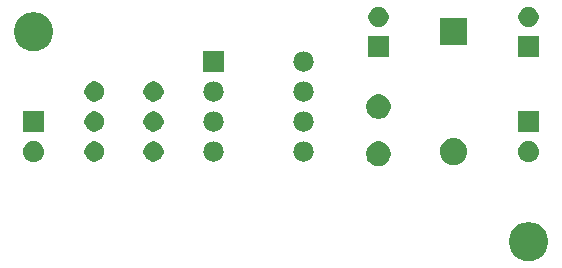
<source format=gbr>
G04 #@! TF.GenerationSoftware,KiCad,Pcbnew,(5.0.2)-1*
G04 #@! TF.CreationDate,2020-01-31T21:18:01-08:00*
G04 #@! TF.ProjectId,Sienc2020,5369656e-6332-4303-9230-2e6b69636164,rev?*
G04 #@! TF.SameCoordinates,Original*
G04 #@! TF.FileFunction,Soldermask,Top*
G04 #@! TF.FilePolarity,Negative*
%FSLAX46Y46*%
G04 Gerber Fmt 4.6, Leading zero omitted, Abs format (unit mm)*
G04 Created by KiCad (PCBNEW (5.0.2)-1) date 31-Jan-20 21:18:01*
%MOMM*%
%LPD*%
G01*
G04 APERTURE LIST*
%ADD10C,0.100000*%
G04 APERTURE END LIST*
D10*
G36*
X138805256Y-84751298D02*
X138911579Y-84772447D01*
X139212042Y-84896903D01*
X139478852Y-85075180D01*
X139482454Y-85077587D01*
X139712413Y-85307546D01*
X139893098Y-85577960D01*
X140017553Y-85878422D01*
X140081000Y-86197389D01*
X140081000Y-86522611D01*
X140017553Y-86841578D01*
X139893098Y-87142040D01*
X139712413Y-87412454D01*
X139482454Y-87642413D01*
X139482451Y-87642415D01*
X139212042Y-87823097D01*
X138911579Y-87947553D01*
X138805256Y-87968702D01*
X138592611Y-88011000D01*
X138267389Y-88011000D01*
X138054744Y-87968702D01*
X137948421Y-87947553D01*
X137647958Y-87823097D01*
X137377549Y-87642415D01*
X137377546Y-87642413D01*
X137147587Y-87412454D01*
X136966902Y-87142040D01*
X136842447Y-86841578D01*
X136779000Y-86522611D01*
X136779000Y-86197389D01*
X136842447Y-85878422D01*
X136966902Y-85577960D01*
X137147587Y-85307546D01*
X137377546Y-85077587D01*
X137381148Y-85075180D01*
X137647958Y-84896903D01*
X137948421Y-84772447D01*
X138054744Y-84751298D01*
X138267389Y-84709000D01*
X138592611Y-84709000D01*
X138805256Y-84751298D01*
X138805256Y-84751298D01*
G37*
G36*
X126036565Y-77919389D02*
X126227834Y-77998615D01*
X126399976Y-78113637D01*
X126546363Y-78260024D01*
X126661385Y-78432166D01*
X126740611Y-78623435D01*
X126781000Y-78826484D01*
X126781000Y-79033516D01*
X126740611Y-79236565D01*
X126661385Y-79427834D01*
X126546363Y-79599976D01*
X126399976Y-79746363D01*
X126227834Y-79861385D01*
X126036565Y-79940611D01*
X125833516Y-79981000D01*
X125626484Y-79981000D01*
X125423435Y-79940611D01*
X125232166Y-79861385D01*
X125060024Y-79746363D01*
X124913637Y-79599976D01*
X124798615Y-79427834D01*
X124719389Y-79236565D01*
X124679000Y-79033516D01*
X124679000Y-78826484D01*
X124719389Y-78623435D01*
X124798615Y-78432166D01*
X124913637Y-78260024D01*
X125060024Y-78113637D01*
X125232166Y-77998615D01*
X125423435Y-77919389D01*
X125626484Y-77879000D01*
X125833516Y-77879000D01*
X126036565Y-77919389D01*
X126036565Y-77919389D01*
G37*
G36*
X132204180Y-77595662D02*
X132305635Y-77605654D01*
X132522600Y-77671470D01*
X132522602Y-77671471D01*
X132522605Y-77671472D01*
X132722556Y-77778347D01*
X132897818Y-77922182D01*
X133041653Y-78097444D01*
X133148528Y-78297395D01*
X133148529Y-78297398D01*
X133148530Y-78297400D01*
X133214346Y-78514365D01*
X133236569Y-78740000D01*
X133214346Y-78965635D01*
X133160512Y-79143100D01*
X133148528Y-79182605D01*
X133041653Y-79382556D01*
X132897818Y-79557818D01*
X132722556Y-79701653D01*
X132522605Y-79808528D01*
X132522602Y-79808529D01*
X132522600Y-79808530D01*
X132305635Y-79874346D01*
X132204180Y-79884338D01*
X132136545Y-79891000D01*
X132023455Y-79891000D01*
X131955820Y-79884338D01*
X131854365Y-79874346D01*
X131637400Y-79808530D01*
X131637398Y-79808529D01*
X131637395Y-79808528D01*
X131437444Y-79701653D01*
X131262182Y-79557818D01*
X131118347Y-79382556D01*
X131011472Y-79182605D01*
X130999488Y-79143100D01*
X130945654Y-78965635D01*
X130923431Y-78740000D01*
X130945654Y-78514365D01*
X131011470Y-78297400D01*
X131011471Y-78297398D01*
X131011472Y-78297395D01*
X131118347Y-78097444D01*
X131262182Y-77922182D01*
X131437444Y-77778347D01*
X131637395Y-77671472D01*
X131637398Y-77671471D01*
X131637400Y-77671470D01*
X131854365Y-77605654D01*
X131955820Y-77595662D01*
X132023455Y-77589000D01*
X132136545Y-77589000D01*
X132204180Y-77595662D01*
X132204180Y-77595662D01*
G37*
G36*
X138540443Y-77845519D02*
X138606627Y-77852037D01*
X138695512Y-77879000D01*
X138776467Y-77903557D01*
X138863311Y-77949977D01*
X138932991Y-77987222D01*
X138968729Y-78016552D01*
X139070186Y-78099814D01*
X139150369Y-78197519D01*
X139182778Y-78237009D01*
X139182779Y-78237011D01*
X139266443Y-78393533D01*
X139278162Y-78432165D01*
X139317963Y-78563373D01*
X139335359Y-78740000D01*
X139317963Y-78916627D01*
X139296243Y-78988228D01*
X139266443Y-79086467D01*
X139215058Y-79182600D01*
X139182778Y-79242991D01*
X139153448Y-79278729D01*
X139070186Y-79380186D01*
X138968729Y-79463448D01*
X138932991Y-79492778D01*
X138932989Y-79492779D01*
X138776467Y-79576443D01*
X138769069Y-79578687D01*
X138606627Y-79627963D01*
X138540442Y-79634482D01*
X138474260Y-79641000D01*
X138385740Y-79641000D01*
X138319558Y-79634482D01*
X138253373Y-79627963D01*
X138090931Y-79578687D01*
X138083533Y-79576443D01*
X137927011Y-79492779D01*
X137927009Y-79492778D01*
X137891271Y-79463448D01*
X137789814Y-79380186D01*
X137706552Y-79278729D01*
X137677222Y-79242991D01*
X137644942Y-79182600D01*
X137593557Y-79086467D01*
X137563757Y-78988228D01*
X137542037Y-78916627D01*
X137524641Y-78740000D01*
X137542037Y-78563373D01*
X137581838Y-78432165D01*
X137593557Y-78393533D01*
X137677221Y-78237011D01*
X137677222Y-78237009D01*
X137709631Y-78197519D01*
X137789814Y-78099814D01*
X137891271Y-78016552D01*
X137927009Y-77987222D01*
X137996689Y-77949977D01*
X138083533Y-77903557D01*
X138164488Y-77879000D01*
X138253373Y-77852037D01*
X138319557Y-77845519D01*
X138385740Y-77839000D01*
X138474260Y-77839000D01*
X138540443Y-77845519D01*
X138540443Y-77845519D01*
G37*
G36*
X96630443Y-77845519D02*
X96696627Y-77852037D01*
X96785512Y-77879000D01*
X96866467Y-77903557D01*
X96953311Y-77949977D01*
X97022991Y-77987222D01*
X97058729Y-78016552D01*
X97160186Y-78099814D01*
X97240369Y-78197519D01*
X97272778Y-78237009D01*
X97272779Y-78237011D01*
X97356443Y-78393533D01*
X97368162Y-78432165D01*
X97407963Y-78563373D01*
X97425359Y-78740000D01*
X97407963Y-78916627D01*
X97386243Y-78988228D01*
X97356443Y-79086467D01*
X97305058Y-79182600D01*
X97272778Y-79242991D01*
X97243448Y-79278729D01*
X97160186Y-79380186D01*
X97058729Y-79463448D01*
X97022991Y-79492778D01*
X97022989Y-79492779D01*
X96866467Y-79576443D01*
X96859069Y-79578687D01*
X96696627Y-79627963D01*
X96630442Y-79634482D01*
X96564260Y-79641000D01*
X96475740Y-79641000D01*
X96409558Y-79634482D01*
X96343373Y-79627963D01*
X96180931Y-79578687D01*
X96173533Y-79576443D01*
X96017011Y-79492779D01*
X96017009Y-79492778D01*
X95981271Y-79463448D01*
X95879814Y-79380186D01*
X95796552Y-79278729D01*
X95767222Y-79242991D01*
X95734942Y-79182600D01*
X95683557Y-79086467D01*
X95653757Y-78988228D01*
X95632037Y-78916627D01*
X95614641Y-78740000D01*
X95632037Y-78563373D01*
X95671838Y-78432165D01*
X95683557Y-78393533D01*
X95767221Y-78237011D01*
X95767222Y-78237009D01*
X95799631Y-78197519D01*
X95879814Y-78099814D01*
X95981271Y-78016552D01*
X96017009Y-77987222D01*
X96086689Y-77949977D01*
X96173533Y-77903557D01*
X96254488Y-77879000D01*
X96343373Y-77852037D01*
X96409557Y-77845519D01*
X96475740Y-77839000D01*
X96564260Y-77839000D01*
X96630443Y-77845519D01*
X96630443Y-77845519D01*
G37*
G36*
X101928228Y-77921703D02*
X102083100Y-77985853D01*
X102222481Y-78078985D01*
X102341015Y-78197519D01*
X102434147Y-78336900D01*
X102498297Y-78491772D01*
X102531000Y-78656184D01*
X102531000Y-78823816D01*
X102498297Y-78988228D01*
X102434147Y-79143100D01*
X102341015Y-79282481D01*
X102222481Y-79401015D01*
X102083100Y-79494147D01*
X101928228Y-79558297D01*
X101763816Y-79591000D01*
X101596184Y-79591000D01*
X101431772Y-79558297D01*
X101276900Y-79494147D01*
X101137519Y-79401015D01*
X101018985Y-79282481D01*
X100925853Y-79143100D01*
X100861703Y-78988228D01*
X100829000Y-78823816D01*
X100829000Y-78656184D01*
X100861703Y-78491772D01*
X100925853Y-78336900D01*
X101018985Y-78197519D01*
X101137519Y-78078985D01*
X101276900Y-77985853D01*
X101431772Y-77921703D01*
X101596184Y-77889000D01*
X101763816Y-77889000D01*
X101928228Y-77921703D01*
X101928228Y-77921703D01*
G37*
G36*
X119546821Y-77901313D02*
X119546824Y-77901314D01*
X119546825Y-77901314D01*
X119707239Y-77949975D01*
X119707241Y-77949976D01*
X119707244Y-77949977D01*
X119855078Y-78028995D01*
X119984659Y-78135341D01*
X120091005Y-78264922D01*
X120170023Y-78412756D01*
X120170024Y-78412759D01*
X120170025Y-78412761D01*
X120215713Y-78563375D01*
X120218687Y-78573179D01*
X120235117Y-78740000D01*
X120218687Y-78906821D01*
X120218686Y-78906824D01*
X120218686Y-78906825D01*
X120180255Y-79033516D01*
X120170023Y-79067244D01*
X120091005Y-79215078D01*
X119984659Y-79344659D01*
X119855078Y-79451005D01*
X119707244Y-79530023D01*
X119707241Y-79530024D01*
X119707239Y-79530025D01*
X119546825Y-79578686D01*
X119546824Y-79578686D01*
X119546821Y-79578687D01*
X119421804Y-79591000D01*
X119338196Y-79591000D01*
X119213179Y-79578687D01*
X119213176Y-79578686D01*
X119213175Y-79578686D01*
X119052761Y-79530025D01*
X119052759Y-79530024D01*
X119052756Y-79530023D01*
X118904922Y-79451005D01*
X118775341Y-79344659D01*
X118668995Y-79215078D01*
X118589977Y-79067244D01*
X118579746Y-79033516D01*
X118541314Y-78906825D01*
X118541314Y-78906824D01*
X118541313Y-78906821D01*
X118524883Y-78740000D01*
X118541313Y-78573179D01*
X118544287Y-78563375D01*
X118589975Y-78412761D01*
X118589976Y-78412759D01*
X118589977Y-78412756D01*
X118668995Y-78264922D01*
X118775341Y-78135341D01*
X118904922Y-78028995D01*
X119052756Y-77949977D01*
X119052759Y-77949976D01*
X119052761Y-77949975D01*
X119213175Y-77901314D01*
X119213176Y-77901314D01*
X119213179Y-77901313D01*
X119338196Y-77889000D01*
X119421804Y-77889000D01*
X119546821Y-77901313D01*
X119546821Y-77901313D01*
G37*
G36*
X111926821Y-77901313D02*
X111926824Y-77901314D01*
X111926825Y-77901314D01*
X112087239Y-77949975D01*
X112087241Y-77949976D01*
X112087244Y-77949977D01*
X112235078Y-78028995D01*
X112364659Y-78135341D01*
X112471005Y-78264922D01*
X112550023Y-78412756D01*
X112550024Y-78412759D01*
X112550025Y-78412761D01*
X112595713Y-78563375D01*
X112598687Y-78573179D01*
X112615117Y-78740000D01*
X112598687Y-78906821D01*
X112598686Y-78906824D01*
X112598686Y-78906825D01*
X112560255Y-79033516D01*
X112550023Y-79067244D01*
X112471005Y-79215078D01*
X112364659Y-79344659D01*
X112235078Y-79451005D01*
X112087244Y-79530023D01*
X112087241Y-79530024D01*
X112087239Y-79530025D01*
X111926825Y-79578686D01*
X111926824Y-79578686D01*
X111926821Y-79578687D01*
X111801804Y-79591000D01*
X111718196Y-79591000D01*
X111593179Y-79578687D01*
X111593176Y-79578686D01*
X111593175Y-79578686D01*
X111432761Y-79530025D01*
X111432759Y-79530024D01*
X111432756Y-79530023D01*
X111284922Y-79451005D01*
X111155341Y-79344659D01*
X111048995Y-79215078D01*
X110969977Y-79067244D01*
X110959746Y-79033516D01*
X110921314Y-78906825D01*
X110921314Y-78906824D01*
X110921313Y-78906821D01*
X110904883Y-78740000D01*
X110921313Y-78573179D01*
X110924287Y-78563375D01*
X110969975Y-78412761D01*
X110969976Y-78412759D01*
X110969977Y-78412756D01*
X111048995Y-78264922D01*
X111155341Y-78135341D01*
X111284922Y-78028995D01*
X111432756Y-77949977D01*
X111432759Y-77949976D01*
X111432761Y-77949975D01*
X111593175Y-77901314D01*
X111593176Y-77901314D01*
X111593179Y-77901313D01*
X111718196Y-77889000D01*
X111801804Y-77889000D01*
X111926821Y-77901313D01*
X111926821Y-77901313D01*
G37*
G36*
X106928228Y-77921703D02*
X107083100Y-77985853D01*
X107222481Y-78078985D01*
X107341015Y-78197519D01*
X107434147Y-78336900D01*
X107498297Y-78491772D01*
X107531000Y-78656184D01*
X107531000Y-78823816D01*
X107498297Y-78988228D01*
X107434147Y-79143100D01*
X107341015Y-79282481D01*
X107222481Y-79401015D01*
X107083100Y-79494147D01*
X106928228Y-79558297D01*
X106763816Y-79591000D01*
X106596184Y-79591000D01*
X106431772Y-79558297D01*
X106276900Y-79494147D01*
X106137519Y-79401015D01*
X106018985Y-79282481D01*
X105925853Y-79143100D01*
X105861703Y-78988228D01*
X105829000Y-78823816D01*
X105829000Y-78656184D01*
X105861703Y-78491772D01*
X105925853Y-78336900D01*
X106018985Y-78197519D01*
X106137519Y-78078985D01*
X106276900Y-77985853D01*
X106431772Y-77921703D01*
X106596184Y-77889000D01*
X106763816Y-77889000D01*
X106928228Y-77921703D01*
X106928228Y-77921703D01*
G37*
G36*
X139331000Y-77101000D02*
X137529000Y-77101000D01*
X137529000Y-75299000D01*
X139331000Y-75299000D01*
X139331000Y-77101000D01*
X139331000Y-77101000D01*
G37*
G36*
X97421000Y-77101000D02*
X95619000Y-77101000D01*
X95619000Y-75299000D01*
X97421000Y-75299000D01*
X97421000Y-77101000D01*
X97421000Y-77101000D01*
G37*
G36*
X111926821Y-75361313D02*
X111926824Y-75361314D01*
X111926825Y-75361314D01*
X112087239Y-75409975D01*
X112087241Y-75409976D01*
X112087244Y-75409977D01*
X112235078Y-75488995D01*
X112364659Y-75595341D01*
X112471005Y-75724922D01*
X112550023Y-75872756D01*
X112550024Y-75872759D01*
X112550025Y-75872761D01*
X112582859Y-75981000D01*
X112598687Y-76033179D01*
X112615117Y-76200000D01*
X112598687Y-76366821D01*
X112598686Y-76366824D01*
X112598686Y-76366825D01*
X112573993Y-76448228D01*
X112550023Y-76527244D01*
X112471005Y-76675078D01*
X112364659Y-76804659D01*
X112235078Y-76911005D01*
X112087244Y-76990023D01*
X112087241Y-76990024D01*
X112087239Y-76990025D01*
X111926825Y-77038686D01*
X111926824Y-77038686D01*
X111926821Y-77038687D01*
X111801804Y-77051000D01*
X111718196Y-77051000D01*
X111593179Y-77038687D01*
X111593176Y-77038686D01*
X111593175Y-77038686D01*
X111432761Y-76990025D01*
X111432759Y-76990024D01*
X111432756Y-76990023D01*
X111284922Y-76911005D01*
X111155341Y-76804659D01*
X111048995Y-76675078D01*
X110969977Y-76527244D01*
X110946008Y-76448228D01*
X110921314Y-76366825D01*
X110921314Y-76366824D01*
X110921313Y-76366821D01*
X110904883Y-76200000D01*
X110921313Y-76033179D01*
X110937141Y-75981000D01*
X110969975Y-75872761D01*
X110969976Y-75872759D01*
X110969977Y-75872756D01*
X111048995Y-75724922D01*
X111155341Y-75595341D01*
X111284922Y-75488995D01*
X111432756Y-75409977D01*
X111432759Y-75409976D01*
X111432761Y-75409975D01*
X111593175Y-75361314D01*
X111593176Y-75361314D01*
X111593179Y-75361313D01*
X111718196Y-75349000D01*
X111801804Y-75349000D01*
X111926821Y-75361313D01*
X111926821Y-75361313D01*
G37*
G36*
X101928228Y-75381703D02*
X102083100Y-75445853D01*
X102222481Y-75538985D01*
X102341015Y-75657519D01*
X102434147Y-75796900D01*
X102498297Y-75951772D01*
X102531000Y-76116184D01*
X102531000Y-76283816D01*
X102498297Y-76448228D01*
X102434147Y-76603100D01*
X102341015Y-76742481D01*
X102222481Y-76861015D01*
X102083100Y-76954147D01*
X101928228Y-77018297D01*
X101763816Y-77051000D01*
X101596184Y-77051000D01*
X101431772Y-77018297D01*
X101276900Y-76954147D01*
X101137519Y-76861015D01*
X101018985Y-76742481D01*
X100925853Y-76603100D01*
X100861703Y-76448228D01*
X100829000Y-76283816D01*
X100829000Y-76116184D01*
X100861703Y-75951772D01*
X100925853Y-75796900D01*
X101018985Y-75657519D01*
X101137519Y-75538985D01*
X101276900Y-75445853D01*
X101431772Y-75381703D01*
X101596184Y-75349000D01*
X101763816Y-75349000D01*
X101928228Y-75381703D01*
X101928228Y-75381703D01*
G37*
G36*
X119546821Y-75361313D02*
X119546824Y-75361314D01*
X119546825Y-75361314D01*
X119707239Y-75409975D01*
X119707241Y-75409976D01*
X119707244Y-75409977D01*
X119855078Y-75488995D01*
X119984659Y-75595341D01*
X120091005Y-75724922D01*
X120170023Y-75872756D01*
X120170024Y-75872759D01*
X120170025Y-75872761D01*
X120202859Y-75981000D01*
X120218687Y-76033179D01*
X120235117Y-76200000D01*
X120218687Y-76366821D01*
X120218686Y-76366824D01*
X120218686Y-76366825D01*
X120193993Y-76448228D01*
X120170023Y-76527244D01*
X120091005Y-76675078D01*
X119984659Y-76804659D01*
X119855078Y-76911005D01*
X119707244Y-76990023D01*
X119707241Y-76990024D01*
X119707239Y-76990025D01*
X119546825Y-77038686D01*
X119546824Y-77038686D01*
X119546821Y-77038687D01*
X119421804Y-77051000D01*
X119338196Y-77051000D01*
X119213179Y-77038687D01*
X119213176Y-77038686D01*
X119213175Y-77038686D01*
X119052761Y-76990025D01*
X119052759Y-76990024D01*
X119052756Y-76990023D01*
X118904922Y-76911005D01*
X118775341Y-76804659D01*
X118668995Y-76675078D01*
X118589977Y-76527244D01*
X118566008Y-76448228D01*
X118541314Y-76366825D01*
X118541314Y-76366824D01*
X118541313Y-76366821D01*
X118524883Y-76200000D01*
X118541313Y-76033179D01*
X118557141Y-75981000D01*
X118589975Y-75872761D01*
X118589976Y-75872759D01*
X118589977Y-75872756D01*
X118668995Y-75724922D01*
X118775341Y-75595341D01*
X118904922Y-75488995D01*
X119052756Y-75409977D01*
X119052759Y-75409976D01*
X119052761Y-75409975D01*
X119213175Y-75361314D01*
X119213176Y-75361314D01*
X119213179Y-75361313D01*
X119338196Y-75349000D01*
X119421804Y-75349000D01*
X119546821Y-75361313D01*
X119546821Y-75361313D01*
G37*
G36*
X106928228Y-75381703D02*
X107083100Y-75445853D01*
X107222481Y-75538985D01*
X107341015Y-75657519D01*
X107434147Y-75796900D01*
X107498297Y-75951772D01*
X107531000Y-76116184D01*
X107531000Y-76283816D01*
X107498297Y-76448228D01*
X107434147Y-76603100D01*
X107341015Y-76742481D01*
X107222481Y-76861015D01*
X107083100Y-76954147D01*
X106928228Y-77018297D01*
X106763816Y-77051000D01*
X106596184Y-77051000D01*
X106431772Y-77018297D01*
X106276900Y-76954147D01*
X106137519Y-76861015D01*
X106018985Y-76742481D01*
X105925853Y-76603100D01*
X105861703Y-76448228D01*
X105829000Y-76283816D01*
X105829000Y-76116184D01*
X105861703Y-75951772D01*
X105925853Y-75796900D01*
X106018985Y-75657519D01*
X106137519Y-75538985D01*
X106276900Y-75445853D01*
X106431772Y-75381703D01*
X106596184Y-75349000D01*
X106763816Y-75349000D01*
X106928228Y-75381703D01*
X106928228Y-75381703D01*
G37*
G36*
X126036565Y-73919389D02*
X126227834Y-73998615D01*
X126399976Y-74113637D01*
X126546363Y-74260024D01*
X126661385Y-74432166D01*
X126740611Y-74623435D01*
X126781000Y-74826484D01*
X126781000Y-75033516D01*
X126740611Y-75236565D01*
X126661385Y-75427834D01*
X126546363Y-75599976D01*
X126399976Y-75746363D01*
X126227834Y-75861385D01*
X126036565Y-75940611D01*
X125833516Y-75981000D01*
X125626484Y-75981000D01*
X125423435Y-75940611D01*
X125232166Y-75861385D01*
X125060024Y-75746363D01*
X124913637Y-75599976D01*
X124798615Y-75427834D01*
X124719389Y-75236565D01*
X124679000Y-75033516D01*
X124679000Y-74826484D01*
X124719389Y-74623435D01*
X124798615Y-74432166D01*
X124913637Y-74260024D01*
X125060024Y-74113637D01*
X125232166Y-73998615D01*
X125423435Y-73919389D01*
X125626484Y-73879000D01*
X125833516Y-73879000D01*
X126036565Y-73919389D01*
X126036565Y-73919389D01*
G37*
G36*
X106928228Y-72841703D02*
X107083100Y-72905853D01*
X107222481Y-72998985D01*
X107341015Y-73117519D01*
X107434147Y-73256900D01*
X107498297Y-73411772D01*
X107531000Y-73576184D01*
X107531000Y-73743816D01*
X107498297Y-73908228D01*
X107434147Y-74063100D01*
X107341015Y-74202481D01*
X107222481Y-74321015D01*
X107083100Y-74414147D01*
X106928228Y-74478297D01*
X106763816Y-74511000D01*
X106596184Y-74511000D01*
X106431772Y-74478297D01*
X106276900Y-74414147D01*
X106137519Y-74321015D01*
X106018985Y-74202481D01*
X105925853Y-74063100D01*
X105861703Y-73908228D01*
X105829000Y-73743816D01*
X105829000Y-73576184D01*
X105861703Y-73411772D01*
X105925853Y-73256900D01*
X106018985Y-73117519D01*
X106137519Y-72998985D01*
X106276900Y-72905853D01*
X106431772Y-72841703D01*
X106596184Y-72809000D01*
X106763816Y-72809000D01*
X106928228Y-72841703D01*
X106928228Y-72841703D01*
G37*
G36*
X111926821Y-72821313D02*
X111926824Y-72821314D01*
X111926825Y-72821314D01*
X112087239Y-72869975D01*
X112087241Y-72869976D01*
X112087244Y-72869977D01*
X112235078Y-72948995D01*
X112364659Y-73055341D01*
X112471005Y-73184922D01*
X112550023Y-73332756D01*
X112550024Y-73332759D01*
X112550025Y-73332761D01*
X112598686Y-73493175D01*
X112598687Y-73493179D01*
X112615117Y-73660000D01*
X112598687Y-73826821D01*
X112598686Y-73826824D01*
X112598686Y-73826825D01*
X112570607Y-73919390D01*
X112550023Y-73987244D01*
X112471005Y-74135078D01*
X112364659Y-74264659D01*
X112235078Y-74371005D01*
X112087244Y-74450023D01*
X112087241Y-74450024D01*
X112087239Y-74450025D01*
X111926825Y-74498686D01*
X111926824Y-74498686D01*
X111926821Y-74498687D01*
X111801804Y-74511000D01*
X111718196Y-74511000D01*
X111593179Y-74498687D01*
X111593176Y-74498686D01*
X111593175Y-74498686D01*
X111432761Y-74450025D01*
X111432759Y-74450024D01*
X111432756Y-74450023D01*
X111284922Y-74371005D01*
X111155341Y-74264659D01*
X111048995Y-74135078D01*
X110969977Y-73987244D01*
X110949394Y-73919390D01*
X110921314Y-73826825D01*
X110921314Y-73826824D01*
X110921313Y-73826821D01*
X110904883Y-73660000D01*
X110921313Y-73493179D01*
X110921314Y-73493175D01*
X110969975Y-73332761D01*
X110969976Y-73332759D01*
X110969977Y-73332756D01*
X111048995Y-73184922D01*
X111155341Y-73055341D01*
X111284922Y-72948995D01*
X111432756Y-72869977D01*
X111432759Y-72869976D01*
X111432761Y-72869975D01*
X111593175Y-72821314D01*
X111593176Y-72821314D01*
X111593179Y-72821313D01*
X111718196Y-72809000D01*
X111801804Y-72809000D01*
X111926821Y-72821313D01*
X111926821Y-72821313D01*
G37*
G36*
X119546821Y-72821313D02*
X119546824Y-72821314D01*
X119546825Y-72821314D01*
X119707239Y-72869975D01*
X119707241Y-72869976D01*
X119707244Y-72869977D01*
X119855078Y-72948995D01*
X119984659Y-73055341D01*
X120091005Y-73184922D01*
X120170023Y-73332756D01*
X120170024Y-73332759D01*
X120170025Y-73332761D01*
X120218686Y-73493175D01*
X120218687Y-73493179D01*
X120235117Y-73660000D01*
X120218687Y-73826821D01*
X120218686Y-73826824D01*
X120218686Y-73826825D01*
X120190607Y-73919390D01*
X120170023Y-73987244D01*
X120091005Y-74135078D01*
X119984659Y-74264659D01*
X119855078Y-74371005D01*
X119707244Y-74450023D01*
X119707241Y-74450024D01*
X119707239Y-74450025D01*
X119546825Y-74498686D01*
X119546824Y-74498686D01*
X119546821Y-74498687D01*
X119421804Y-74511000D01*
X119338196Y-74511000D01*
X119213179Y-74498687D01*
X119213176Y-74498686D01*
X119213175Y-74498686D01*
X119052761Y-74450025D01*
X119052759Y-74450024D01*
X119052756Y-74450023D01*
X118904922Y-74371005D01*
X118775341Y-74264659D01*
X118668995Y-74135078D01*
X118589977Y-73987244D01*
X118569394Y-73919390D01*
X118541314Y-73826825D01*
X118541314Y-73826824D01*
X118541313Y-73826821D01*
X118524883Y-73660000D01*
X118541313Y-73493179D01*
X118541314Y-73493175D01*
X118589975Y-73332761D01*
X118589976Y-73332759D01*
X118589977Y-73332756D01*
X118668995Y-73184922D01*
X118775341Y-73055341D01*
X118904922Y-72948995D01*
X119052756Y-72869977D01*
X119052759Y-72869976D01*
X119052761Y-72869975D01*
X119213175Y-72821314D01*
X119213176Y-72821314D01*
X119213179Y-72821313D01*
X119338196Y-72809000D01*
X119421804Y-72809000D01*
X119546821Y-72821313D01*
X119546821Y-72821313D01*
G37*
G36*
X101928228Y-72841703D02*
X102083100Y-72905853D01*
X102222481Y-72998985D01*
X102341015Y-73117519D01*
X102434147Y-73256900D01*
X102498297Y-73411772D01*
X102531000Y-73576184D01*
X102531000Y-73743816D01*
X102498297Y-73908228D01*
X102434147Y-74063100D01*
X102341015Y-74202481D01*
X102222481Y-74321015D01*
X102083100Y-74414147D01*
X101928228Y-74478297D01*
X101763816Y-74511000D01*
X101596184Y-74511000D01*
X101431772Y-74478297D01*
X101276900Y-74414147D01*
X101137519Y-74321015D01*
X101018985Y-74202481D01*
X100925853Y-74063100D01*
X100861703Y-73908228D01*
X100829000Y-73743816D01*
X100829000Y-73576184D01*
X100861703Y-73411772D01*
X100925853Y-73256900D01*
X101018985Y-73117519D01*
X101137519Y-72998985D01*
X101276900Y-72905853D01*
X101431772Y-72841703D01*
X101596184Y-72809000D01*
X101763816Y-72809000D01*
X101928228Y-72841703D01*
X101928228Y-72841703D01*
G37*
G36*
X112611000Y-71971000D02*
X110909000Y-71971000D01*
X110909000Y-70269000D01*
X112611000Y-70269000D01*
X112611000Y-71971000D01*
X112611000Y-71971000D01*
G37*
G36*
X119546821Y-70281313D02*
X119546824Y-70281314D01*
X119546825Y-70281314D01*
X119707239Y-70329975D01*
X119707241Y-70329976D01*
X119707244Y-70329977D01*
X119855078Y-70408995D01*
X119984659Y-70515341D01*
X120091005Y-70644922D01*
X120170023Y-70792756D01*
X120218687Y-70953179D01*
X120235117Y-71120000D01*
X120218687Y-71286821D01*
X120170023Y-71447244D01*
X120091005Y-71595078D01*
X119984659Y-71724659D01*
X119855078Y-71831005D01*
X119707244Y-71910023D01*
X119707241Y-71910024D01*
X119707239Y-71910025D01*
X119546825Y-71958686D01*
X119546824Y-71958686D01*
X119546821Y-71958687D01*
X119421804Y-71971000D01*
X119338196Y-71971000D01*
X119213179Y-71958687D01*
X119213176Y-71958686D01*
X119213175Y-71958686D01*
X119052761Y-71910025D01*
X119052759Y-71910024D01*
X119052756Y-71910023D01*
X118904922Y-71831005D01*
X118775341Y-71724659D01*
X118668995Y-71595078D01*
X118589977Y-71447244D01*
X118541313Y-71286821D01*
X118524883Y-71120000D01*
X118541313Y-70953179D01*
X118589977Y-70792756D01*
X118668995Y-70644922D01*
X118775341Y-70515341D01*
X118904922Y-70408995D01*
X119052756Y-70329977D01*
X119052759Y-70329976D01*
X119052761Y-70329975D01*
X119213175Y-70281314D01*
X119213176Y-70281314D01*
X119213179Y-70281313D01*
X119338196Y-70269000D01*
X119421804Y-70269000D01*
X119546821Y-70281313D01*
X119546821Y-70281313D01*
G37*
G36*
X139281000Y-70701000D02*
X137579000Y-70701000D01*
X137579000Y-68999000D01*
X139281000Y-68999000D01*
X139281000Y-70701000D01*
X139281000Y-70701000D01*
G37*
G36*
X126581000Y-70701000D02*
X124879000Y-70701000D01*
X124879000Y-68999000D01*
X126581000Y-68999000D01*
X126581000Y-70701000D01*
X126581000Y-70701000D01*
G37*
G36*
X96895256Y-66971298D02*
X97001579Y-66992447D01*
X97302042Y-67116903D01*
X97525456Y-67266184D01*
X97572454Y-67297587D01*
X97802413Y-67527546D01*
X97802415Y-67527549D01*
X97953124Y-67753100D01*
X97983098Y-67797960D01*
X98107553Y-68098422D01*
X98171000Y-68417389D01*
X98171000Y-68742611D01*
X98107553Y-69061578D01*
X97983098Y-69362040D01*
X97802413Y-69632454D01*
X97572454Y-69862413D01*
X97572451Y-69862415D01*
X97302042Y-70043097D01*
X97001579Y-70167553D01*
X96895256Y-70188702D01*
X96682611Y-70231000D01*
X96357389Y-70231000D01*
X96144744Y-70188702D01*
X96038421Y-70167553D01*
X95737958Y-70043097D01*
X95467549Y-69862415D01*
X95467546Y-69862413D01*
X95237587Y-69632454D01*
X95056902Y-69362040D01*
X94932447Y-69061578D01*
X94869000Y-68742611D01*
X94869000Y-68417389D01*
X94932447Y-68098422D01*
X95056902Y-67797960D01*
X95086877Y-67753100D01*
X95237585Y-67527549D01*
X95237587Y-67527546D01*
X95467546Y-67297587D01*
X95514544Y-67266184D01*
X95737958Y-67116903D01*
X96038421Y-66992447D01*
X96144744Y-66971298D01*
X96357389Y-66929000D01*
X96682611Y-66929000D01*
X96895256Y-66971298D01*
X96895256Y-66971298D01*
G37*
G36*
X133231000Y-69731000D02*
X130929000Y-69731000D01*
X130929000Y-67429000D01*
X133231000Y-67429000D01*
X133231000Y-69731000D01*
X133231000Y-69731000D01*
G37*
G36*
X138678228Y-66531703D02*
X138833100Y-66595853D01*
X138972481Y-66688985D01*
X139091015Y-66807519D01*
X139184147Y-66946900D01*
X139248297Y-67101772D01*
X139281000Y-67266184D01*
X139281000Y-67433816D01*
X139248297Y-67598228D01*
X139184147Y-67753100D01*
X139091015Y-67892481D01*
X138972481Y-68011015D01*
X138833100Y-68104147D01*
X138678228Y-68168297D01*
X138513816Y-68201000D01*
X138346184Y-68201000D01*
X138181772Y-68168297D01*
X138026900Y-68104147D01*
X137887519Y-68011015D01*
X137768985Y-67892481D01*
X137675853Y-67753100D01*
X137611703Y-67598228D01*
X137579000Y-67433816D01*
X137579000Y-67266184D01*
X137611703Y-67101772D01*
X137675853Y-66946900D01*
X137768985Y-66807519D01*
X137887519Y-66688985D01*
X138026900Y-66595853D01*
X138181772Y-66531703D01*
X138346184Y-66499000D01*
X138513816Y-66499000D01*
X138678228Y-66531703D01*
X138678228Y-66531703D01*
G37*
G36*
X125978228Y-66531703D02*
X126133100Y-66595853D01*
X126272481Y-66688985D01*
X126391015Y-66807519D01*
X126484147Y-66946900D01*
X126548297Y-67101772D01*
X126581000Y-67266184D01*
X126581000Y-67433816D01*
X126548297Y-67598228D01*
X126484147Y-67753100D01*
X126391015Y-67892481D01*
X126272481Y-68011015D01*
X126133100Y-68104147D01*
X125978228Y-68168297D01*
X125813816Y-68201000D01*
X125646184Y-68201000D01*
X125481772Y-68168297D01*
X125326900Y-68104147D01*
X125187519Y-68011015D01*
X125068985Y-67892481D01*
X124975853Y-67753100D01*
X124911703Y-67598228D01*
X124879000Y-67433816D01*
X124879000Y-67266184D01*
X124911703Y-67101772D01*
X124975853Y-66946900D01*
X125068985Y-66807519D01*
X125187519Y-66688985D01*
X125326900Y-66595853D01*
X125481772Y-66531703D01*
X125646184Y-66499000D01*
X125813816Y-66499000D01*
X125978228Y-66531703D01*
X125978228Y-66531703D01*
G37*
M02*

</source>
